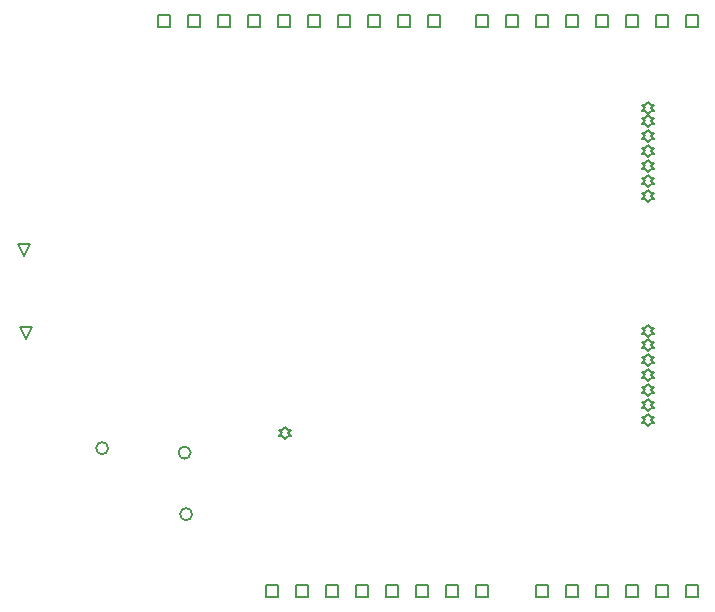
<source format=gbr>
G04*
G04 #@! TF.GenerationSoftware,Altium Limited,Altium Designer,23.0.1 (38)*
G04*
G04 Layer_Color=2752767*
%FSLAX44Y44*%
%MOMM*%
G71*
G04*
G04 #@! TF.SameCoordinates,64DEC9DB-233E-40C6-88A2-80678BC6FC1E*
G04*
G04*
G04 #@! TF.FilePolarity,Positive*
G04*
G01*
G75*
%ADD11C,0.1270*%
%ADD34C,0.1693*%
D11*
X187198Y504698D02*
Y514858D01*
X197358D01*
Y504698D01*
X187198D01*
X212598D02*
Y514858D01*
X222758D01*
Y504698D01*
X212598D01*
X237998D02*
Y514858D01*
X248158D01*
Y504698D01*
X237998D01*
X263398D02*
Y514858D01*
X273558D01*
Y504698D01*
X263398D01*
X288798D02*
Y514858D01*
X298958D01*
Y504698D01*
X288798D01*
X314198D02*
Y514858D01*
X324358D01*
Y504698D01*
X314198D01*
X339598D02*
Y514858D01*
X349758D01*
Y504698D01*
X339598D01*
X364998D02*
Y514858D01*
X375158D01*
Y504698D01*
X364998D01*
X390398D02*
Y514858D01*
X400558D01*
Y504698D01*
X390398D01*
X415798D02*
Y514858D01*
X425958D01*
Y504698D01*
X415798D01*
X507238Y22098D02*
Y32258D01*
X517398D01*
Y22098D01*
X507238D01*
X532638D02*
Y32258D01*
X542798D01*
Y22098D01*
X532638D01*
X558038D02*
Y32258D01*
X568198D01*
Y22098D01*
X558038D01*
X583438D02*
Y32258D01*
X593598D01*
Y22098D01*
X583438D01*
X608838D02*
Y32258D01*
X618998D01*
Y22098D01*
X608838D01*
X634238D02*
Y32258D01*
X644398D01*
Y22098D01*
X634238D01*
X278638D02*
Y32258D01*
X288798D01*
Y22098D01*
X278638D01*
X304038D02*
Y32258D01*
X314198D01*
Y22098D01*
X304038D01*
X329438D02*
Y32258D01*
X339598D01*
Y22098D01*
X329438D01*
X354838D02*
Y32258D01*
X364998D01*
Y22098D01*
X354838D01*
X380238D02*
Y32258D01*
X390398D01*
Y22098D01*
X380238D01*
X405638D02*
Y32258D01*
X415798D01*
Y22098D01*
X405638D01*
X431038D02*
Y32258D01*
X441198D01*
Y22098D01*
X431038D01*
X456438D02*
Y32258D01*
X466598D01*
Y22098D01*
X456438D01*
Y504698D02*
Y514858D01*
X466598D01*
Y504698D01*
X456438D01*
X481838D02*
Y514858D01*
X491998D01*
Y504698D01*
X481838D01*
X507238D02*
Y514858D01*
X517398D01*
Y504698D01*
X507238D01*
X532638D02*
Y514858D01*
X542798D01*
Y504698D01*
X532638D01*
X558038D02*
Y514858D01*
X568198D01*
Y504698D01*
X558038D01*
X583438D02*
Y514858D01*
X593598D01*
Y504698D01*
X583438D01*
X608838D02*
Y514858D01*
X618998D01*
Y504698D01*
X608838D01*
X634238D02*
Y514858D01*
X644398D01*
Y504698D01*
X634238D01*
X75438Y240538D02*
X70358Y250698D01*
X80518D01*
X75438Y240538D01*
X73914Y310388D02*
X68834Y320548D01*
X78994D01*
X73914Y310388D01*
X295148Y155448D02*
X297688Y157988D01*
X300228D01*
X297688Y160528D01*
X300228Y163068D01*
X297688D01*
X295148Y165608D01*
X292608Y163068D01*
X290068D01*
X292608Y160528D01*
X290068Y157988D01*
X292608D01*
X295148Y155448D01*
X602488Y230378D02*
X605028Y232918D01*
X607568D01*
X605028Y235458D01*
X607568Y237998D01*
X605028D01*
X602488Y240538D01*
X599948Y237998D01*
X597408D01*
X599948Y235458D01*
X597408Y232918D01*
X599948D01*
X602488Y230378D01*
Y166878D02*
X605028Y169418D01*
X607568D01*
X605028Y171958D01*
X607568Y174498D01*
X605028D01*
X602488Y177038D01*
X599948Y174498D01*
X597408D01*
X599948Y171958D01*
X597408Y169418D01*
X599948D01*
X602488Y166878D01*
Y192278D02*
X605028Y194818D01*
X607568D01*
X605028Y197358D01*
X607568Y199898D01*
X605028D01*
X602488Y202438D01*
X599948Y199898D01*
X597408D01*
X599948Y197358D01*
X597408Y194818D01*
X599948D01*
X602488Y192278D01*
Y179578D02*
X605028Y182118D01*
X607568D01*
X605028Y184658D01*
X607568Y187198D01*
X605028D01*
X602488Y189738D01*
X599948Y187198D01*
X597408D01*
X599948Y184658D01*
X597408Y182118D01*
X599948D01*
X602488Y179578D01*
Y241808D02*
X605028Y244348D01*
X607568D01*
X605028Y246888D01*
X607568Y249428D01*
X605028D01*
X602488Y251968D01*
X599948Y249428D01*
X597408D01*
X599948Y246888D01*
X597408Y244348D01*
X599948D01*
X602488Y241808D01*
Y204978D02*
X605028Y207518D01*
X607568D01*
X605028Y210058D01*
X607568Y212598D01*
X605028D01*
X602488Y215138D01*
X599948Y212598D01*
X597408D01*
X599948Y210058D01*
X597408Y207518D01*
X599948D01*
X602488Y204978D01*
Y431038D02*
X605028Y433578D01*
X607568D01*
X605028Y436118D01*
X607568Y438658D01*
X605028D01*
X602488Y441198D01*
X599948Y438658D01*
X597408D01*
X599948Y436118D01*
X597408Y433578D01*
X599948D01*
X602488Y431038D01*
Y419608D02*
X605028Y422148D01*
X607568D01*
X605028Y424688D01*
X607568Y427228D01*
X605028D01*
X602488Y429768D01*
X599948Y427228D01*
X597408D01*
X599948Y424688D01*
X597408Y422148D01*
X599948D01*
X602488Y419608D01*
Y406908D02*
X605028Y409448D01*
X607568D01*
X605028Y411988D01*
X607568Y414528D01*
X605028D01*
X602488Y417068D01*
X599948Y414528D01*
X597408D01*
X599948Y411988D01*
X597408Y409448D01*
X599948D01*
X602488Y406908D01*
Y394208D02*
X605028Y396748D01*
X607568D01*
X605028Y399288D01*
X607568Y401828D01*
X605028D01*
X602488Y404368D01*
X599948Y401828D01*
X597408D01*
X599948Y399288D01*
X597408Y396748D01*
X599948D01*
X602488Y394208D01*
Y381508D02*
X605028Y384048D01*
X607568D01*
X605028Y386588D01*
X607568Y389128D01*
X605028D01*
X602488Y391668D01*
X599948Y389128D01*
X597408D01*
X599948Y386588D01*
X597408Y384048D01*
X599948D01*
X602488Y381508D01*
Y368808D02*
X605028Y371348D01*
X607568D01*
X605028Y373888D01*
X607568Y376428D01*
X605028D01*
X602488Y378968D01*
X599948Y376428D01*
X597408D01*
X599948Y373888D01*
X597408Y371348D01*
X599948D01*
X602488Y368808D01*
Y356108D02*
X605028Y358648D01*
X607568D01*
X605028Y361188D01*
X607568Y363728D01*
X605028D01*
X602488Y366268D01*
X599948Y363728D01*
X597408D01*
X599948Y361188D01*
X597408Y358648D01*
X599948D01*
X602488Y356108D01*
Y217678D02*
X605028Y220218D01*
X607568D01*
X605028Y222758D01*
X607568Y225298D01*
X605028D01*
X602488Y227838D01*
X599948Y225298D01*
X597408D01*
X599948Y222758D01*
X597408Y220218D01*
X599948D01*
X602488Y217678D01*
D34*
X145288Y147828D02*
G03*
X145288Y147828I-5080J0D01*
G01*
X216408Y91948D02*
G03*
X216408Y91948I-5080J0D01*
G01*
X215138Y144018D02*
G03*
X215138Y144018I-5080J0D01*
G01*
M02*

</source>
